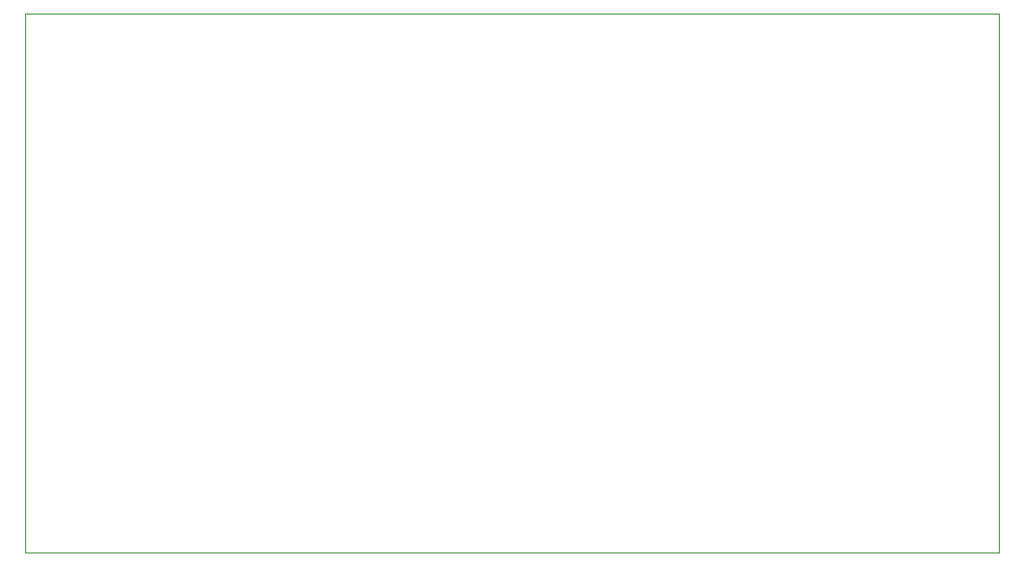
<source format=gko>
%FSLAX46Y46*%
G04 Gerber Fmt 4.6, Leading zero omitted, Abs format (unit mm)*
G04 Created by KiCad (PCBNEW (2014-07-07 BZR 4986)-product) date Fri 18 Jul 2014 08:12:10 PM EDT*
%MOMM*%
G01*
G04 APERTURE LIST*
%ADD10C,0.100000*%
G04 APERTURE END LIST*
D10*
X50000000Y-98600000D02*
X50000000Y-51400000D01*
X135200000Y-98600000D02*
X50000000Y-98600000D01*
X135200000Y-51400000D02*
X135200000Y-98600000D01*
X50000000Y-51400000D02*
X135200000Y-51400000D01*
M02*

</source>
